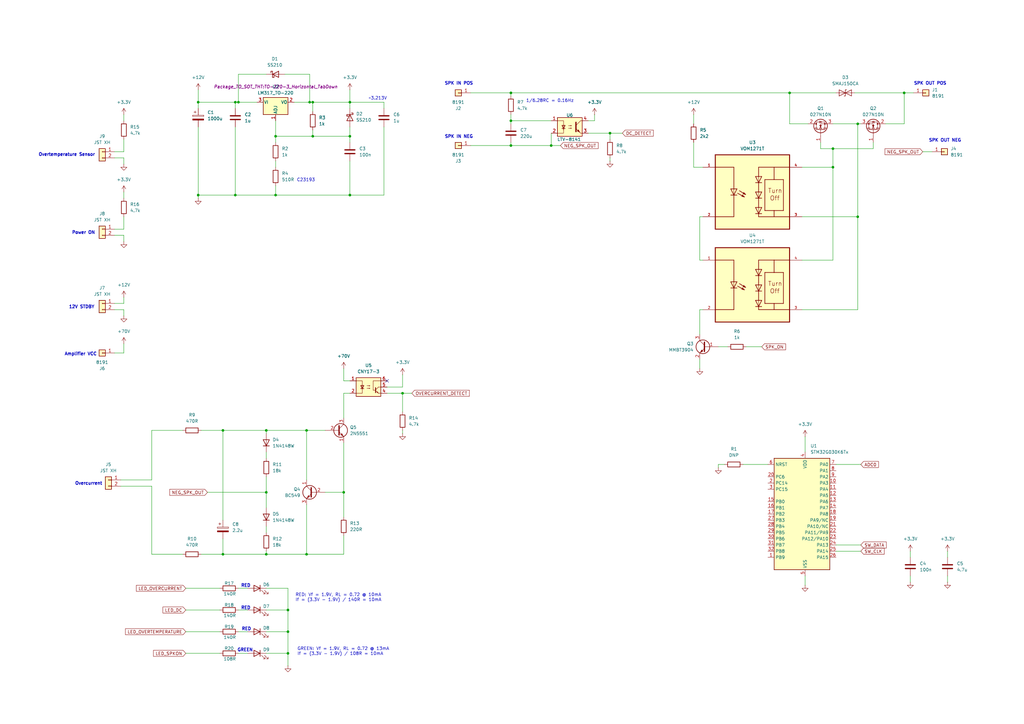
<source format=kicad_sch>
(kicad_sch (version 20231120) (generator "eeschema") (generator_version "8.0")
  (paper "A3")
  (lib_symbols
    (symbol "Connector_Generic:Conn_01x01" (pin_names (offset 1.016) hide)
      (property "Reference" "J" (at 0 2.54 0))
      (property "Value" "Conn_01x01" (at 0 -2.54 0))
      (symbol "Conn_01x01_1_1"
        (pin passive line (at -5.08 0 0) (length 3.81) (name "Pin_1") (number "1"))
      )
    )
    (symbol "Connector_Generic:Conn_01x02" (pin_names (offset 1.016) hide)
      (property "Reference" "J" (at 0 2.54 0))
      (property "Value" "Conn_01x02" (at 0 -5.08 0))
      (symbol "Conn_01x02_1_1"
        (pin passive line (at -5.08 0 0) (length 3.81) (name "Pin_1") (number "1"))
        (pin passive line (at -5.08 -2.54 0) (length 3.81) (name "Pin_2") (number "2"))
      )
    )
    (symbol "Device:C" (pin_numbers hide) (pin_names (offset 0.254))
      (property "Reference" "C" (at 0.635 2.54 0))
      (property "Value" "C" (at 0.635 -2.54 0))
      (symbol "C_1_1"
        (pin passive line (at 0 3.81 270) (length 2.794) (name "~") (number "1"))
        (pin passive line (at 0 -3.81 90) (length 2.794) (name "~") (number "2"))
      )
    )
    (symbol "Device:C_Polarized" (pin_numbers hide) (pin_names (offset 0.254))
      (property "Reference" "C" (at 0.635 2.54 0))
      (property "Value" "C_Polarized" (at 0.635 -2.54 0))
      (symbol "C_Polarized_1_1"
        (pin passive line (at 0 3.81 270) (length 2.794) (name "~") (number "1"))
        (pin passive line (at 0 -3.81 90) (length 2.794) (name "~") (number "2"))
      )
    )
    (symbol "Device:LED" (pin_numbers hide) (pin_names (offset 1.016) hide)
      (property "Reference" "D" (at 0 2.54 0))
      (property "Value" "LED" (at 0 -2.54 0))
      (symbol "LED_1_1"
        (pin passive line (at -3.81 0 0) (length 2.54) (name "K") (number "1"))
        (pin passive line (at 3.81 0 180) (length 2.54) (name "A") (number "2"))
      )
    )
    (symbol "Device:R" (pin_numbers hide) (pin_names (offset 0))
      (property "Reference" "R" (at 2.032 0 90))
      (property "Value" "R" (at 0 0 90))
      (symbol "R_1_1"
        (pin passive line (at 0 3.81 270) (length 1.27) (name "~") (number "1"))
        (pin passive line (at 0 -3.81 90) (length 1.27) (name "~") (number "2"))
      )
    )
    (symbol "Diode:1N4148W" (pin_numbers hide) (pin_names hide)
      (property "Reference" "D" (at 0 2.54 0))
      (property "Value" "1N4148W" (at 0 -2.54 0))
      (symbol "1N4148W_1_1"
        (pin passive line (at -3.81 0 0) (length 2.54) (name "K") (number "1"))
        (pin passive line (at 3.81 0 180) (length 2.54) (name "A") (number "2"))
      )
    )
    (symbol "Diode:SMAJ150CA" (pin_numbers hide) (pin_names (offset 1.016) hide)
      (property "Reference" "D" (at 0 2.54 0))
      (property "Value" "SMAJ150CA" (at 0 -2.54 0))
      (symbol "SMAJ150CA_1_1"
        (pin passive line (at -3.81 0 0) (length 2.54) (name "A1") (number "1"))
        (pin passive line (at 3.81 0 180) (length 2.54) (name "A2") (number "2"))
      )
    )
    (symbol "Diode:SS210" (pin_numbers hide) (pin_names (offset 1.016) hide)
      (property "Reference" "D" (at 0 2.54 0))
      (property "Value" "SS210" (at 0 -2.54 0))
      (symbol "SS210_1_1"
        (pin passive line (at -3.81 0 0) (length 2.54) (name "K") (number "1"))
        (pin passive line (at 3.81 0 180) (length 2.54) (name "A") (number "2"))
      )
    )
    (symbol "Isolator:CNY17-3" (pin_names (offset 1.016))
      (property "Reference" "U" (at -5.08 5.08 0))
      (property "Value" "CNY17-3" (at 0 5.08 0))
      (symbol "CNY17-3_1_1"
        (pin passive line (at -7.62 2.54 0) (length 2.54) (name "~") (number "1"))
        (pin passive line (at -7.62 -2.54 0) (length 2.54) (name "~") (number "2"))
        (pin no_connect line (at -5.08 0 0) (length 2.54) hide (name "NC") (number "3"))
        (pin passive line (at 7.62 -2.54 180) (length 2.54) (name "~") (number "4"))
        (pin passive line (at 7.62 0 180) (length 2.54) (name "~") (number "5"))
        (pin passive line (at 7.62 2.54 180) (length 2.54) (name "~") (number "6"))
      )
    )
    (symbol "Isolator:SFH617A-1" (pin_names (offset 1.016))
      (property "Reference" "U" (at -5.08 5.08 0))
      (property "Value" "SFH617A-1" (at 0 5.08 0))
      (symbol "SFH617A-1_1_1"
        (pin passive line (at -7.62 2.54 0) (length 2.54) (name "~") (number "1"))
        (pin passive line (at -7.62 -2.54 0) (length 2.54) (name "~") (number "2"))
        (pin passive line (at 7.62 -2.54 180) (length 2.54) (name "~") (number "3"))
        (pin passive line (at 7.62 2.54 180) (length 2.54) (name "~") (number "4"))
      )
    )
    (symbol "MCU_ST_STM32G0:STM32G030K6Tx"
      (property "Reference" "U" (at -10.16 24.13 0))
      (property "Value" "STM32G030K6Tx" (at 5.08 24.13 0))
      (symbol "STM32G030K6Tx_1_1"
        (pin bidirectional line (at -12.7 -17.78 0) (length 2.54) (name "PB9") (number "1"))
        (pin bidirectional line (at 15.24 12.7 180) (length 2.54) (name "PA3") (number "10"))
        (pin bidirectional line (at 15.24 10.16 180) (length 2.54) (name "PA4") (number "11"))
        (pin bidirectional line (at 15.24 7.62 180) (length 2.54) (name "PA5") (number "12"))
        (pin bidirectional line (at 15.24 5.08 180) (length 2.54) (name "PA6") (number "13"))
        (pin bidirectional line (at 15.24 2.54 180) (length 2.54) (name "PA7") (number "14"))
        (pin bidirectional line (at -12.7 5.08 0) (length 2.54) (name "PB0") (number "15"))
        (pin bidirectional line (at -12.7 2.54 0) (length 2.54) (name "PB1") (number "16"))
        (pin bidirectional line (at -12.7 0 0) (length 2.54) (name "PB2") (number "17"))
        (pin bidirectional line (at 15.24 0 180) (length 2.54) (name "PA8") (number "18"))
        (pin bidirectional line (at 15.24 -2.54 180) (length 2.54) (name "PA9/NC") (number "19"))
        (pin bidirectional line (at -12.7 12.7 0) (length 2.54) (name "PC14") (number "2"))
        (pin bidirectional line (at -12.7 15.24 0) (length 2.54) (name "PC6") (number "20"))
        (pin bidirectional line (at 15.24 -5.08 180) (length 2.54) (name "PA10/NC") (number "21"))
        (pin bidirectional line (at 15.24 -7.62 180) (length 2.54) (name "PA11/PA9") (number "22"))
        (pin bidirectional line (at 15.24 -10.16 180) (length 2.54) (name "PA12/PA10") (number "23"))
        (pin bidirectional line (at 15.24 -12.7 180) (length 2.54) (name "PA13") (number "24"))
        (pin bidirectional line (at 15.24 -15.24 180) (length 2.54) (name "PA14") (number "25"))
        (pin bidirectional line (at 15.24 -17.78 180) (length 2.54) (name "PA15") (number "26"))
        (pin bidirectional line (at -12.7 -2.54 0) (length 2.54) (name "PB3") (number "27"))
        (pin bidirectional line (at -12.7 -5.08 0) (length 2.54) (name "PB4") (number "28"))
        (pin bidirectional line (at -12.7 -7.62 0) (length 2.54) (name "PB5") (number "29"))
        (pin bidirectional line (at -12.7 10.16 0) (length 2.54) (name "PC15") (number "3"))
        (pin bidirectional line (at -12.7 -10.16 0) (length 2.54) (name "PB6") (number "30"))
        (pin bidirectional line (at -12.7 -12.7 0) (length 2.54) (name "PB7") (number "31"))
        (pin bidirectional line (at -12.7 -15.24 0) (length 2.54) (name "PB8") (number "32"))
        (pin power_in line (at 2.54 25.4 270) (length 2.54) (name "VDD") (number "4"))
        (pin power_in line (at 2.54 -25.4 90) (length 2.54) (name "VSS") (number "5"))
        (pin input line (at -12.7 20.32 0) (length 2.54) (name "NRST") (number "6"))
        (pin bidirectional line (at 15.24 20.32 180) (length 2.54) (name "PA0") (number "7"))
        (pin bidirectional line (at 15.24 17.78 180) (length 2.54) (name "PA1") (number "8"))
        (pin bidirectional line (at 15.24 15.24 180) (length 2.54) (name "PA2") (number "9"))
      )
    )
    (symbol "Regulator_Linear:LM317_TO-220" (pin_names (offset 0.254))
      (property "Reference" "U" (at -3.81 3.175 0))
      (property "Value" "LM317_TO-220" (at 0 3.175 0))
      (symbol "LM317_TO-220_1_1"
        (pin input line (at 0 -7.62 90) (length 2.54) (name "ADJ") (number "1"))
        (pin power_out line (at 7.62 0 180) (length 2.54) (name "VO") (number "2"))
        (pin power_in line (at -7.62 0 0) (length 2.54) (name "VI") (number "3"))
      )
    )
    (symbol "Transistor_BJT:2N3904" (pin_names (offset 0) hide)
      (property "Reference" "Q" (at 5.08 1.905 0))
      (property "Value" "2N3904" (at 5.08 0 0))
      (symbol "2N3904_1_1"
        (pin passive line (at 2.54 -5.08 90) (length 2.54) (name "E") (number "1"))
        (pin passive line (at -5.08 0 0) (length 5.715) (name "B") (number "2"))
        (pin passive line (at 2.54 5.08 270) (length 2.54) (name "C") (number "3"))
      )
    )
    (symbol "Transistor_BJT:BC549" (pin_names (offset 0) hide)
      (property "Reference" "Q" (at 5.08 1.905 0))
      (property "Value" "BC549" (at 5.08 0 0))
      (symbol "BC549_1_1"
        (pin passive line (at 2.54 5.08 270) (length 2.54) (name "C") (number "1"))
        (pin input line (at -5.08 0 0) (length 5.08) (name "B") (number "2"))
        (pin passive line (at 2.54 -5.08 90) (length 2.54) (name "E") (number "3"))
      )
    )
    (symbol "Transistor_BJT:MMBT3904" (pin_names (offset 0) hide)
      (property "Reference" "Q" (at 5.08 1.905 0))
      (property "Value" "MMBT3904" (at 5.08 0 0))
      (symbol "MMBT3904_1_1"
        (pin input line (at -5.08 0 0) (length 5.715) (name "B") (number "1"))
        (pin passive line (at 2.54 -5.08 90) (length 2.54) (name "E") (number "2"))
        (pin passive line (at 2.54 5.08 270) (length 2.54) (name "C") (number "3"))
      )
    )
    (symbol "Transistor_FET:IRFS4127" (pin_names hide)
      (property "Reference" "Q" (at 5.08 1.905 0))
      (property "Value" "IRFS4127" (at 5.08 0 0))
      (symbol "IRFS4127_1_1"
        (pin passive line (at -5.08 0 0) (length 2.54) (name "G") (number "1"))
        (pin passive line (at 2.54 5.08 270) (length 2.54) (name "D") (number "2"))
        (pin passive line (at 2.54 -5.08 90) (length 2.54) (name "S") (number "3"))
      )
    )
    (symbol "VOM1271T:VOM1271T" (pin_names (offset 1.016))
      (property "Reference" "U" (at -2.5402 16.257 0))
      (property "Value" "VOM1271T" (at -2.5415 -17.7905 0))
      (symbol "VOM1271T_0_0"
        (text "Off" (at 7.1187 -3.5594 0) (effects (font (size 1.7797 1.7797)) (justify left bottom)))
        (text "Turn" (at 6.356 -0.5085 0) (effects (font (size 1.7797 1.7797)) (justify left bottom)))
        (pin passive line (at -20.32 10.16 0) (length 5.08) (name "~") (number "1"))
        (pin passive line (at -20.32 -10.16 0) (length 5.08) (name "~") (number "2"))
        (pin passive line (at 20.32 -10.16 180) (length 5.08) (name "~") (number "3"))
        (pin passive line (at 20.32 10.16 180) (length 5.08) (name "~") (number "4"))
      )
    )
    (symbol "power:+12V" (power) (pin_numbers hide) (pin_names (offset 0) hide)
      (property "Value" "+12V" (at 0 3.556 0))
      (symbol "+12V_1_1"
        (pin power_in line (at 0 0 90) (length 0) (name "~") (number "1"))
      )
    )
    (symbol "power:+3.3V" (power) (pin_numbers hide) (pin_names (offset 0) hide)
      (property "Value" "+3.3V" (at 0 3.556 0))
      (symbol "+3.3V_1_1"
        (pin power_in line (at 0 0 90) (length 0) (name "~") (number "1"))
      )
    )
    (symbol "power:GND" (power) (pin_numbers hide) (pin_names (offset 0) hide)
      (property "Value" "GND" (at 0 -3.81 0))
      (symbol "GND_1_1"
        (pin power_in line (at 0 0 270) (length 0) (name "~") (number "1"))
      )
    )
    (symbol "power:VDC" (power) (pin_numbers hide) (pin_names (offset 0) hide)
      (property "Value" "VDC" (at 0 3.556 0))
      (symbol "VDC_1_1"
        (pin power_in line (at 0 0 90) (length 0) (name "~") (number "1"))
      )
    )
  )
  (junction (at 165.1 161.29))
  (junction (at 113.03 55.88))
  (junction (at 128.27 55.88))
  (junction (at 143.51 55.88))
  (junction (at 143.51 41.91))
  (junction (at 250.19 54.61))
  (junction (at 97.79 41.91))
  (junction (at 226.06 59.69))
  (junction (at 351.79 50.8))
  (junction (at 125.73 227.33))
  (junction (at 91.44 176.53))
  (junction (at 341.63 68.58))
  (junction (at 128.27 41.91))
  (junction (at 109.22 176.53))
  (junction (at 91.44 227.33))
  (junction (at 351.79 88.9))
  (junction (at 118.11 259.08))
  (junction (at 323.85 38.1))
  (junction (at 96.52 41.91))
  (junction (at 143.51 80.01))
  (junction (at 81.28 80.01))
  (junction (at 113.03 80.01))
  (junction (at 125.73 176.53))
  (junction (at 118.11 267.97))
  (junction (at 341.63 60.96))
  (junction (at 118.11 250.19))
  (junction (at 81.28 41.91))
  (junction (at 209.55 59.69))
  (junction (at 96.52 80.01))
  (junction (at 209.55 49.53))
  (junction (at 209.55 38.1))
  (junction (at 127 41.91))
  (junction (at 109.22 201.93))
  (junction (at 140.97 201.93))
  (junction (at 109.22 227.33))
  (junction (at 370.84 38.1))
  (no_connect (at 158.75 156.21))
  (wire (pts (xy 113.03 76.2) (xy 113.03 80.01)))
  (wire (pts (xy 46.99 96.52) (xy 50.8 96.52)))
  (wire (pts (xy 241.3 54.61) (xy 250.19 54.61)))
  (wire (pts (xy 388.62 236.22) (xy 388.62 238.76)))
  (wire (pts (xy 288.29 88.9) (xy 287.02 88.9)))
  (wire (pts (xy 109.22 227.33) (xy 125.73 227.33)))
  (wire (pts (xy 97.79 267.97) (xy 101.6 267.97)))
  (wire (pts (xy 328.93 127) (xy 351.79 127)))
  (wire (pts (xy 323.85 38.1) (xy 323.85 50.8)))
  (wire (pts (xy 297.18 190.5) (xy 294.64 190.5)))
  (wire (pts (xy 287.02 127) (xy 287.02 137.16)))
  (wire (pts (xy 109.22 259.08) (xy 118.11 259.08)))
  (wire (pts (xy 91.44 213.36) (xy 91.44 176.53)))
  (wire (pts (xy 50.8 127) (xy 50.8 129.54)))
  (wire (pts (xy 125.73 176.53) (xy 133.35 176.53)))
  (wire (pts (xy 341.63 60.96) (xy 358.14 60.96)))
  (wire (pts (xy 109.22 215.9) (xy 109.22 218.44)))
  (wire (pts (xy 128.27 55.88) (xy 113.03 55.88)))
  (wire (pts (xy 226.06 59.69) (xy 226.06 54.61)))
  (wire (pts (xy 143.51 55.88) (xy 143.51 58.42)))
  (wire (pts (xy 109.22 250.19) (xy 118.11 250.19)))
  (wire (pts (xy 140.97 201.93) (xy 140.97 212.09)))
  (wire (pts (xy 97.79 250.19) (xy 101.6 250.19)))
  (wire (pts (xy 351.79 88.9) (xy 351.79 127)))
  (wire (pts (xy 157.48 52.07) (xy 157.48 80.01)))
  (wire (pts (xy 96.52 52.07) (xy 96.52 80.01)))
  (wire (pts (xy 193.04 38.1) (xy 209.55 38.1)))
  (wire (pts (xy 284.48 58.42) (xy 284.48 68.58)))
  (wire (pts (xy 62.23 227.33) (xy 74.93 227.33)))
  (wire (pts (xy 62.23 176.53) (xy 62.23 196.85)))
  (wire (pts (xy 209.55 38.1) (xy 323.85 38.1)))
  (wire (pts (xy 294.64 190.5) (xy 294.64 191.77)))
  (wire (pts (xy 284.48 68.58) (xy 288.29 68.58)))
  (wire (pts (xy 128.27 41.91) (xy 128.27 45.72)))
  (wire (pts (xy 158.75 161.29) (xy 165.1 161.29)))
  (wire (pts (xy 109.22 241.3) (xy 118.11 241.3)))
  (wire (pts (xy 209.55 59.69) (xy 209.55 58.42)))
  (wire (pts (xy 342.9 223.52) (xy 353.06 223.52)))
  (wire (pts (xy 113.03 49.53) (xy 113.03 55.88)))
  (wire (pts (xy 125.73 207.01) (xy 125.73 227.33)))
  (wire (pts (xy 97.79 41.91) (xy 105.41 41.91)))
  (wire (pts (xy 96.52 44.45) (xy 96.52 41.91)))
  (wire (pts (xy 363.22 50.8) (xy 370.84 50.8)))
  (wire (pts (xy 109.22 195.58) (xy 109.22 201.93)))
  (wire (pts (xy 143.51 161.29) (xy 140.97 161.29)))
  (wire (pts (xy 50.8 62.23) (xy 46.99 62.23)))
  (wire (pts (xy 50.8 96.52) (xy 50.8 99.06)))
  (wire (pts (xy 341.63 68.58) (xy 341.63 106.68)))
  (wire (pts (xy 46.99 127) (xy 50.8 127)))
  (wire (pts (xy 50.8 78.74) (xy 50.8 81.28)))
  (wire (pts (xy 287.02 106.68) (xy 288.29 106.68)))
  (wire (pts (xy 97.79 259.08) (xy 101.6 259.08)))
  (wire (pts (xy 113.03 55.88) (xy 113.03 58.42)))
  (wire (pts (xy 128.27 41.91) (xy 143.51 41.91)))
  (wire (pts (xy 109.22 30.48) (xy 97.79 30.48)))
  (wire (pts (xy 328.93 88.9) (xy 351.79 88.9)))
  (wire (pts (xy 109.22 267.97) (xy 118.11 267.97)))
  (wire (pts (xy 118.11 250.19) (xy 118.11 259.08)))
  (wire (pts (xy 50.8 88.9) (xy 50.8 93.98)))
  (wire (pts (xy 140.97 151.13) (xy 140.97 156.21)))
  (wire (pts (xy 336.55 60.96) (xy 341.63 60.96)))
  (wire (pts (xy 328.93 106.68) (xy 341.63 106.68)))
  (wire (pts (xy 109.22 226.06) (xy 109.22 227.33)))
  (wire (pts (xy 306.07 142.24) (xy 312.42 142.24)))
  (wire (pts (xy 342.9 38.1) (xy 323.85 38.1)))
  (wire (pts (xy 330.2 236.22) (xy 330.2 240.03)))
  (wire (pts (xy 378.46 62.23) (xy 382.27 62.23)))
  (wire (pts (xy 336.55 58.42) (xy 336.55 60.96)))
  (wire (pts (xy 50.8 121.92) (xy 50.8 124.46)))
  (wire (pts (xy 143.51 36.83) (xy 143.51 41.91)))
  (wire (pts (xy 109.22 177.8) (xy 109.22 176.53)))
  (wire (pts (xy 125.73 196.85) (xy 125.73 176.53)))
  (wire (pts (xy 209.55 49.53) (xy 209.55 50.8)))
  (wire (pts (xy 81.28 41.91) (xy 81.28 44.45)))
  (wire (pts (xy 250.19 54.61) (xy 255.27 54.61)))
  (wire (pts (xy 76.2 241.3) (xy 90.17 241.3)))
  (wire (pts (xy 140.97 219.71) (xy 140.97 227.33)))
  (wire (pts (xy 284.48 46.99) (xy 284.48 50.8)))
  (wire (pts (xy 250.19 54.61) (xy 250.19 57.15)))
  (wire (pts (xy 50.8 46.99) (xy 50.8 49.53)))
  (wire (pts (xy 62.23 176.53) (xy 74.93 176.53)))
  (wire (pts (xy 323.85 50.8) (xy 331.47 50.8)))
  (wire (pts (xy 96.52 41.91) (xy 97.79 41.91)))
  (wire (pts (xy 50.8 93.98) (xy 46.99 93.98)))
  (wire (pts (xy 49.53 196.85) (xy 62.23 196.85)))
  (wire (pts (xy 165.1 161.29) (xy 168.91 161.29)))
  (wire (pts (xy 157.48 44.45) (xy 157.48 41.91)))
  (wire (pts (xy 351.79 50.8) (xy 353.06 50.8)))
  (wire (pts (xy 330.2 179.07) (xy 330.2 185.42)))
  (wire (pts (xy 62.23 199.39) (xy 62.23 227.33)))
  (wire (pts (xy 50.8 124.46) (xy 46.99 124.46)))
  (wire (pts (xy 97.79 30.48) (xy 97.79 41.91)))
  (wire (pts (xy 328.93 68.58) (xy 341.63 68.58)))
  (wire (pts (xy 118.11 241.3) (xy 118.11 250.19)))
  (wire (pts (xy 342.9 190.5) (xy 353.06 190.5)))
  (wire (pts (xy 46.99 64.77) (xy 50.8 64.77)))
  (wire (pts (xy 49.53 199.39) (xy 62.23 199.39)))
  (wire (pts (xy 76.2 259.08) (xy 90.17 259.08)))
  (wire (pts (xy 97.79 241.3) (xy 101.6 241.3)))
  (wire (pts (xy 370.84 50.8) (xy 370.84 38.1)))
  (wire (pts (xy 81.28 80.01) (xy 96.52 80.01)))
  (wire (pts (xy 341.63 68.58) (xy 341.63 60.96)))
  (wire (pts (xy 165.1 161.29) (xy 165.1 168.91)))
  (wire (pts (xy 91.44 227.33) (xy 109.22 227.33)))
  (wire (pts (xy 294.64 142.24) (xy 298.45 142.24)))
  (wire (pts (xy 46.99 144.78) (xy 50.8 144.78)))
  (wire (pts (xy 109.22 185.42) (xy 109.22 187.96)))
  (wire (pts (xy 243.84 46.99) (xy 243.84 49.53)))
  (wire (pts (xy 388.62 226.06) (xy 388.62 228.6)))
  (wire (pts (xy 250.19 64.77) (xy 250.19 66.04)))
  (wire (pts (xy 143.51 52.07) (xy 143.51 55.88)))
  (wire (pts (xy 373.38 226.06) (xy 373.38 228.6)))
  (wire (pts (xy 133.35 201.93) (xy 140.97 201.93)))
  (wire (pts (xy 128.27 55.88) (xy 143.51 55.88)))
  (wire (pts (xy 304.8 190.5) (xy 314.96 190.5)))
  (wire (pts (xy 118.11 267.97) (xy 118.11 273.05)))
  (wire (pts (xy 143.51 41.91) (xy 157.48 41.91)))
  (wire (pts (xy 143.51 66.04) (xy 143.51 80.01)))
  (wire (pts (xy 158.75 158.75) (xy 165.1 158.75)))
  (wire (pts (xy 50.8 64.77) (xy 50.8 67.31)))
  (wire (pts (xy 370.84 38.1) (xy 374.65 38.1)))
  (wire (pts (xy 193.04 59.69) (xy 209.55 59.69)))
  (wire (pts (xy 140.97 161.29) (xy 140.97 171.45)))
  (wire (pts (xy 118.11 259.08) (xy 118.11 267.97)))
  (wire (pts (xy 127 30.48) (xy 127 41.91)))
  (wire (pts (xy 128.27 53.34) (xy 128.27 55.88)))
  (wire (pts (xy 157.48 80.01) (xy 143.51 80.01)))
  (wire (pts (xy 76.2 267.97) (xy 90.17 267.97)))
  (wire (pts (xy 50.8 57.15) (xy 50.8 62.23)))
  (wire (pts (xy 113.03 66.04) (xy 113.03 68.58)))
  (wire (pts (xy 165.1 153.67) (xy 165.1 158.75)))
  (wire (pts (xy 91.44 220.98) (xy 91.44 227.33)))
  (wire (pts (xy 81.28 41.91) (xy 96.52 41.91)))
  (wire (pts (xy 120.65 41.91) (xy 127 41.91)))
  (wire (pts (xy 50.8 140.97) (xy 50.8 144.78)))
  (wire (pts (xy 287.02 147.32) (xy 287.02 151.13)))
  (wire (pts (xy 358.14 60.96) (xy 358.14 58.42)))
  (wire (pts (xy 140.97 156.21) (xy 143.51 156.21)))
  (wire (pts (xy 113.03 80.01) (xy 143.51 80.01)))
  (wire (pts (xy 209.55 38.1) (xy 209.55 39.37)))
  (wire (pts (xy 165.1 176.53) (xy 165.1 177.8)))
  (wire (pts (xy 288.29 127) (xy 287.02 127)))
  (wire (pts (xy 140.97 181.61) (xy 140.97 201.93)))
  (wire (pts (xy 91.44 176.53) (xy 109.22 176.53)))
  (wire (pts (xy 226.06 59.69) (xy 229.87 59.69)))
  (wire (pts (xy 81.28 36.83) (xy 81.28 41.91)))
  (wire (pts (xy 127 41.91) (xy 128.27 41.91)))
  (wire (pts (xy 342.9 226.06) (xy 353.06 226.06)))
  (wire (pts (xy 96.52 80.01) (xy 113.03 80.01)))
  (wire (pts (xy 351.79 88.9) (xy 351.79 50.8)))
  (wire (pts (xy 143.51 41.91) (xy 143.51 44.45)))
  (wire (pts (xy 76.2 250.19) (xy 90.17 250.19)))
  (wire (pts (xy 82.55 227.33) (xy 91.44 227.33)))
  (wire (pts (xy 116.84 30.48) (xy 127 30.48)))
  (wire (pts (xy 287.02 88.9) (xy 287.02 106.68)))
  (wire (pts (xy 241.3 49.53) (xy 243.84 49.53)))
  (wire (pts (xy 373.38 236.22) (xy 373.38 238.76)))
  (wire (pts (xy 341.63 50.8) (xy 351.79 50.8)))
  (wire (pts (xy 109.22 176.53) (xy 125.73 176.53)))
  (wire (pts (xy 125.73 227.33) (xy 140.97 227.33)))
  (wire (pts (xy 370.84 38.1) (xy 350.52 38.1)))
  (wire (pts (xy 91.44 176.53) (xy 82.55 176.53)))
  (wire (pts (xy 81.28 80.01) (xy 81.28 81.28)))
  (wire (pts (xy 209.55 46.99) (xy 209.55 49.53)))
  (wire (pts (xy 209.55 59.69) (xy 226.06 59.69)))
  (wire (pts (xy 209.55 49.53) (xy 226.06 49.53)))
  (wire (pts (xy 109.22 201.93) (xy 109.22 208.28)))
  (wire (pts (xy 81.28 52.07) (xy 81.28 80.01)))
  (wire (pts (xy 85.09 201.93) (xy 109.22 201.93)))
  (text "GREEN" (at 97.282 266.7 0) (effects (font (size 1.27 1.27) (thickness 0.254) (bold yes)) (justify left)))
  (text "Overtemperature Sensor" (at 15.748 63.5 0) (effects (font (size 1.27 1.27) (thickness 0.254) (bold yes)) (justify left)))
  (text "Amplifier VCC" (at 26.416 145.288 0) (effects (font (size 1.27 1.27) (thickness 0.254) (bold yes)) (justify left)))
  (text "RED" (at 98.806 249.428 0) (effects (font (size 1.27 1.27) (thickness 0.254) (bold yes)) (justify left)))
  (text "~3.213V" (at 154.94 40.386 0) (effects (font (size 1.27 1.27))))
  (text "C23193" (at 125.476 73.914 0) (effects (font (size 1.27 1.27))))
  (text "SPK IN POS" (at 188.214 34.29 0) (effects (font (size 1.27 1.27) (thickness 0.254) (bold yes))))
  (text "RED" (at 98.806 240.284 0) (effects (font (size 1.27 1.27) (thickness 0.254) (bold yes)) (justify left)))
  (text "1/6.28RC = 0.16Hz" (at 225.552 41.402 0) (effects (font (size 1.27 1.27))))
  (text "RED: Vf = 1.9V, RL = 0.72 @ 10mA\nIf = (3.3V - 1.9V) / 140R = 10mA" (at 121.158 245.11 0) (effects (font (size 1.27 1.27)) (justify left)))
  (text "GREEN: Vf = 1.9V, RL = 0.72 @ 13mA\nIf = (3.3V - 1.9V) / 108R = 10mA" (at 121.92 267.208 0) (effects (font (size 1.27 1.27)) (justify left)))
  (text "Power ON" (at 29.464 95.504 0) (effects (font (size 1.27 1.27) (thickness 0.254) (bold yes)) (justify left)))
  (text "SPK OUT POS" (at 381.508 34.29 0) (effects (font (size 1.27 1.27) (thickness 0.254) (bold yes))))
  (text "12V STDBY" (at 28.194 125.984 0) (effects (font (size 1.27 1.27) (thickness 0.254) (bold yes)) (justify left)))
  (text "SPK OUT NEG" (at 387.604 57.658 0) (effects (font (size 1.27 1.27) (thickness 0.254) (bold yes))))
  (text "SPK IN NEG" (at 188.214 56.134 0) (effects (font (size 1.27 1.27) (thickness 0.254) (bold yes))))
  (text "Overcurrent" (at 30.734 198.374 0) (effects (font (size 1.27 1.27) (thickness 0.254) (bold yes)) (justify left)))
  (text "RED" (at 99.06 258.064 0) (effects (font (size 1.27 1.27) (thickness 0.254) (bold yes)) (justify left)))
  (global_label "NEG_SPK_OUT" (shape input) (at 229.87 59.69 0) (property "Intersheetrefs" "${INTERSHEET_REFS}" (effects (hide yes))))
  (global_label "NEG_SPK_OUT" (shape input) (at 378.46 62.23 180) (property "Intersheetrefs" "${INTERSHEET_REFS}" (effects (hide yes))))
  (global_label "LED_DC" (shape input) (at 76.2 250.19 180) (property "Intersheetrefs" "${INTERSHEET_REFS}" (effects (hide yes))))
  (global_label "LED_SPKON" (shape input) (at 76.2 267.97 180) (property "Intersheetrefs" "${INTERSHEET_REFS}" (effects (hide yes))))
  (global_label "LED_OVERCURRENT" (shape input) (at 76.2 241.3 180) (property "Intersheetrefs" "${INTERSHEET_REFS}" (effects (hide yes))))
  (global_label "LED_OVERTEMPERATURE" (shape input) (at 76.2 259.08 180) (property "Intersheetrefs" "${INTERSHEET_REFS}" (effects (hide yes))))
  (global_label "OVERCURRENT_DETECT" (shape input) (at 168.91 161.29 0) (property "Intersheetrefs" "${INTERSHEET_REFS}" (effects (hide yes))))
  (global_label "SW_DATA" (shape input) (at 353.06 223.52 0) (property "Intersheetrefs" "${INTERSHEET_REFS}" (effects (hide yes))))
  (global_label "DC_DETECT" (shape input) (at 255.27 54.61 0) (property "Intersheetrefs" "${INTERSHEET_REFS}" (effects (hide yes))))
  (global_label "SPK_ON" (shape input) (at 312.42 142.24 0) (property "Intersheetrefs" "${INTERSHEET_REFS}" (effects (hide yes))))
  (global_label "ADC0" (shape input) (at 353.06 190.5 0) (property "Intersheetrefs" "${INTERSHEET_REFS}" (effects (hide yes))))
  (global_label "NEG_SPK_OUT" (shape input) (at 85.09 201.93 180) (property "Intersheetrefs" "${INTERSHEET_REFS}" (effects (hide yes))))
  (global_label "SW_CLK" (shape input) (at 353.06 226.06 0) (property "Intersheetrefs" "${INTERSHEET_REFS}" (effects (hide yes))))
  (symbol (lib_id "Device:R") (at 165.1 172.72 0) (unit 1)
    (property "Reference" "R14" (at 167.64 171.4499 0) (effects (justify left)))
    (property "Value" "4.7k" (at 167.64 173.9899 0) (effects (justify left)))
    (property "Footprint" "Resistor_SMD:R_1206_3216Metric" (effects (hide yes)))
    (property "Description" "Resistor" (effects (hide yes)))
  )
  (symbol (lib_id "Device:C") (at 143.51 62.23 0) (unit 1)
    (property "Reference" "C3" (at 147.32 60.9599 0) (effects (justify left)))
    (property "Value" "100n" (at 147.32 63.4999 0) (effects (justify left)))
    (property "Footprint" "Capacitor_SMD:C_1206_3216Metric" (effects (hide yes)))
    (property "Description" "Unpolarized capacitor" (effects (hide yes)))
  )
  (symbol (lib_id "power:GND") (at 165.1 177.8 0) (unit 1)
    (property "Reference" "#PWR018" (effects (hide yes)))
    (property "Value" "GND" (effects (hide yes)))
    (property "Description" "Power symbol creates a global label with name \"GND\" , ground" (effects (hide yes)))
  )
  (symbol (lib_id "Device:R") (at 113.03 72.39 0) (unit 1)
    (property "Reference" "R4" (at 115.57 71.1199 0) (effects (justify left)))
    (property "Value" "510R" (at 115.57 73.6599 0) (effects (justify left)))
    (property "Footprint" "Resistor_SMD:R_1206_3216Metric" (effects (hide yes)))
    (property "Description" "Resistor" (effects (hide yes)))
  )
  (symbol (lib_id "Device:R") (at 250.19 60.96 0) (unit 1)
    (property "Reference" "R8" (at 252.73 59.6899 0) (effects (justify left)))
    (property "Value" "4.7k" (at 252.73 62.2299 0) (effects (justify left)))
    (property "Footprint" "Resistor_SMD:R_1206_3216Metric" (effects (hide yes)))
    (property "Description" "Resistor" (effects (hide yes)))
  )
  (symbol (lib_id "Device:R") (at 93.98 259.08 90) (unit 1)
    (property "Reference" "R19" (at 93.98 257.048 90))
    (property "Value" "140R" (at 94.234 261.366 90))
    (property "Footprint" "Resistor_SMD:R_1206_3216Metric" (effects (hide yes)))
    (property "Description" "Resistor" (effects (hide yes)))
  )
  (symbol (lib_id "Isolator:SFH617A-1") (at 233.68 52.07 0) (unit 1)
    (property "Reference" "U6" (at 233.68 47.244 0))
    (property "Value" "LTV-8141" (at 233.426 57.15 0))
    (property "Footprint" "Package_DIP:DIP-4_W7.62mm" (effects (hide yes)))
    (property "Datasheet" "http://www.vishay.com/docs/83740/sfh617a.pdf" (effects (hide yes)))
    (property "Description" "Optocoupler, Phototransistor Output, 5300 VRMS, VCEO 70V, CTR% 40-80, -55 to +110 degree Celsius, UL, BSI, FIMKO, cUL, THT PDIP-4" (effects (hide yes)))
  )
  (symbol (lib_id "Device:LED") (at 105.41 259.08 0) (mirror y) (unit 1)
    (property "Reference" "D8" (at 109.22 257.556 0))
    (property "Value" "LED" (effects (hide yes)))
    (property "Footprint" "LED_SMD:LED_0805_2012Metric" (effects (hide yes)))
    (property "Description" "Light emitting diode" (effects (hide yes)))
  )
  (symbol (lib_id "Device:LED") (at 105.41 267.97 0) (mirror y) (unit 1)
    (property "Reference" "D9" (at 109.22 266.446 0))
    (property "Value" "LED" (effects (hide yes)))
    (property "Footprint" "LED_SMD:LED_0805_2012Metric" (effects (hide yes)))
    (property "Description" "Light emitting diode" (effects (hide yes)))
  )
  (symbol (lib_id "Diode:1N4148W") (at 109.22 212.09 90) (unit 1)
    (property "Reference" "D5" (at 111.76 210.8199 90) (effects (justify right)))
    (property "Value" "1N4148W" (at 111.76 213.3599 90) (effects (justify right)))
    (property "Footprint" "Diode_SMD:D_SOD-123" (effects (hide yes)))
    (property "Datasheet" "https://www.vishay.com/docs/85748/1n4148w.pdf" (effects (hide yes)))
    (property "Description" "75V 0.15A Fast Switching Diode, SOD-123" (effects (hide yes)))
    (property "Sim.Device" "D" (effects (hide yes)))
    (property "Sim.Pins" "1=K 2=A" (effects (hide yes)))
  )
  (symbol (lib_id "Device:R") (at 78.74 227.33 90) (unit 1)
    (property "Reference" "R10" (at 78.74 220.98 90))
    (property "Value" "470R" (at 78.74 223.52 90))
    (property "Footprint" "Resistor_SMD:R_1206_3216Metric" (effects (hide yes)))
    (property "Description" "Resistor" (effects (hide yes)))
  )
  (symbol (lib_id "Device:R") (at 140.97 215.9 180) (unit 1)
    (property "Reference" "R13" (at 143.51 214.6299 0) (effects (justify right)))
    (property "Value" "220R" (at 143.51 217.1699 0) (effects (justify right)))
    (property "Footprint" "Resistor_SMD:R_1206_3216Metric" (effects (hide yes)))
    (property "Description" "Resistor" (effects (hide yes)))
  )
  (symbol (lib_id "Device:R") (at 128.27 49.53 0) (unit 1)
    (property "Reference" "R3" (at 130.81 48.2599 0) (effects (justify left)))
    (property "Value" "1k" (at 130.81 50.7999 0) (effects (justify left)))
    (property "Footprint" "Resistor_SMD:R_1206_3216Metric" (effects (hide yes)))
    (property "Description" "Resistor" (effects (hide yes)))
  )
  (symbol (lib_id "Device:R") (at 300.99 190.5 90) (unit 1)
    (property "Reference" "R1" (at 300.99 184.15 90))
    (property "Value" "DNP" (at 300.99 186.69 90))
    (property "Footprint" "Resistor_SMD:R_1206_3216Metric" (effects (hide yes)))
    (property "Description" "Resistor" (effects (hide yes)))
  )
  (symbol (lib_id "Device:R") (at 93.98 250.19 90) (unit 1)
    (property "Reference" "R18" (at 93.98 248.158 90))
    (property "Value" "140R" (at 94.234 252.476 90))
    (property "Footprint" "Resistor_SMD:R_1206_3216Metric" (effects (hide yes)))
    (property "Description" "Resistor" (effects (hide yes)))
  )
  (symbol (lib_id "power:VDC") (at 50.8 140.97 0) (unit 1)
    (property "Reference" "#PWR016" (effects (hide yes)))
    (property "Value" "+70V" (at 50.8 135.89 0))
    (property "Description" "Power symbol creates a global label with name \"VDC\"" (effects (hide yes)))
  )
  (symbol (lib_id "power:GND") (at 250.19 66.04 0) (unit 1)
    (property "Reference" "#PWR014" (effects (hide yes)))
    (property "Value" "GND" (effects (hide yes)))
    (property "Description" "Power symbol creates a global label with name \"GND\" , ground" (effects (hide yes)))
  )
  (symbol (lib_id "Regulator_Linear:LM317_TO-220") (at 113.03 41.91 0) (unit 1)
    (property "Reference" "U2" (at 113.03 35.56 0))
    (property "Value" "LM317_TO-220" (at 113.03 38.1 0))
    (property "Footprint" "Package_TO_SOT_THT:TO-220-3_Horizontal_TabDown" (at 113.03 35.56 0) (effects (font (italic yes))))
    (property "Datasheet" "http://www.ti.com/lit/ds/symlink/lm317.pdf" (effects (hide yes)))
    (property "Description" "1.5A 35V Adjustable Linear Regulator, TO-220" (effects (hide yes)))
  )
  (symbol (lib_id "Transistor_FET:IRFS4127") (at 336.55 53.34 90) (unit 1)
    (property "Reference" "Q1" (at 336.55 44.45 90))
    (property "Value" "027N10N" (at 336.55 46.99 90))
    (property "Footprint" "Package_TO_SOT_SMD:TO-263-2" (effects (hide yes)))
    (property "Datasheet" "https://www.infineon.com/dgdl/irfs4127pbf.pdf?fileId=5546d462533600a401535636ee7b2192" (effects (hide yes)))
    (property "Description" "72A Id, 200V Vds, 18.6mOhm Rds, N-Channel MOSFET, 18.6mOhm Ron, D2PAK" (effects (hide yes)))
  )
  (symbol (lib_id "Device:R") (at 109.22 222.25 180) (unit 1)
    (property "Reference" "R12" (at 111.76 220.9799 0) (effects (justify right)))
    (property "Value" "18k" (at 111.76 223.5199 0) (effects (justify right)))
    (property "Footprint" "Resistor_SMD:R_1206_3216Metric" (effects (hide yes)))
    (property "Description" "Resistor" (effects (hide yes)))
  )
  (symbol (lib_id "Connector_Generic:Conn_01x01") (at 187.96 38.1 0) (mirror y) (unit 1)
    (property "Reference" "J2" (at 187.96 44.45 0))
    (property "Value" "8191" (at 187.96 41.91 0))
    (property "Footprint" "CustomKicadFootprint:KEYSTONE_8191" (effects (hide yes)))
    (property "Description" "Generic connector, single row, 01x01, script generated (kicad-library-utils/schlib/autogen/connector/)" (effects (hide yes)))
  )
  (symbol (lib_id "power:+12V") (at 81.28 36.83 0) (unit 1)
    (property "Reference" "#PWR05" (effects (hide yes)))
    (property "Value" "+12V" (at 81.28 31.75 0))
    (property "Description" "Power symbol creates a global label with name \"+12V\"" (effects (hide yes)))
  )
  (symbol (lib_id "Diode:SMAJ150CA") (at 346.71 38.1 0) (unit 1)
    (property "Reference" "D3" (at 346.71 31.75 0))
    (property "Value" "SMAJ150CA" (at 346.71 34.29 0))
    (property "Footprint" "Diode_SMD:D_SMA" (effects (hide yes)))
    (property "Datasheet" "https://www.littelfuse.com/media?resourcetype=datasheets&itemid=75e32973-b177-4ee3-a0ff-cedaf1abdb93&filename=smaj-datasheet" (effects (hide yes)))
    (property "Description" "400W bidirectional Transient Voltage Suppressor, 150.0Vr, SMA(DO-214AC)" (effects (hide yes)))
  )
  (symbol (lib_id "Device:R") (at 209.55 43.18 0) (unit 1)
    (property "Reference" "R7" (at 212.09 41.9099 0) (effects (justify left)))
    (property "Value" "4.7k" (at 212.09 44.4499 0) (effects (justify left)))
    (property "Footprint" "Resistor_SMD:R_1206_3216Metric" (effects (hide yes)))
    (property "Description" "Resistor" (effects (hide yes)))
  )
  (symbol (lib_id "power:GND") (at 294.64 191.77 0) (unit 1)
    (property "Reference" "#PWR013" (effects (hide yes)))
    (property "Value" "GND" (effects (hide yes)))
    (property "Description" "Power symbol creates a global label with name \"GND\" , ground" (effects (hide yes)))
  )
  (symbol (lib_id "power:+12V") (at 284.48 46.99 0) (unit 1)
    (property "Reference" "#PWR02" (effects (hide yes)))
    (property "Value" "+12V" (at 284.48 41.91 0))
    (property "Description" "Power symbol creates a global label with name \"+12V\"" (effects (hide yes)))
  )
  (symbol (lib_id "Connector_Generic:Conn_01x01") (at 187.96 59.69 0) (mirror y) (unit 1)
    (property "Reference" "J3" (at 187.96 66.04 0))
    (property "Value" "8191" (at 187.96 63.5 0))
    (property "Footprint" "CustomKicadFootprint:KEYSTONE_8191" (effects (hide yes)))
    (property "Description" "Generic connector, single row, 01x01, script generated (kicad-library-utils/schlib/autogen/connector/)" (effects (hide yes)))
  )
  (symbol (lib_id "Device:LED") (at 105.41 250.19 0) (mirror y) (unit 1)
    (property "Reference" "D7" (at 109.22 248.666 0))
    (property "Value" "LED" (effects (hide yes)))
    (property "Footprint" "LED_SMD:LED_0805_2012Metric" (effects (hide yes)))
    (property "Description" "Light emitting diode" (effects (hide yes)))
  )
  (symbol (lib_id "power:+3.3V") (at 50.8 46.99 0) (unit 1)
    (property "Reference" "#PWR023" (effects (hide yes)))
    (property "Value" "+3.3V" (at 50.8 41.91 0))
    (property "Description" "Power symbol creates a global label with name \"+3.3V\"" (effects (hide yes)))
  )
  (symbol (lib_id "power:GND") (at 50.8 99.06 0) (unit 1)
    (property "Reference" "#PWR022" (effects (hide yes)))
    (property "Value" "GND" (effects (hide yes)))
    (property "Description" "Power symbol creates a global label with name \"GND\" , ground" (effects (hide yes)))
  )
  (symbol (lib_id "MCU_ST_STM32G0:STM32G030K6Tx") (at 327.66 210.82 0) (unit 1)
    (property "Reference" "U1" (at 332.3941 182.88 0) (effects (justify left)))
    (property "Value" "STM32G030K6Tx" (at 332.3941 185.42 0) (effects (justify left)))
    (property "Footprint" "Package_QFP:LQFP-32_7x7mm_P0.8mm" (effects (hide yes)))
    (property "Datasheet" "https://www.st.com/resource/en/datasheet/stm32g030k6.pdf" (effects (hide yes)))
    (property "Description" "STMicroelectronics Arm Cortex-M0+ MCU, 32KB flash, 8KB RAM, 64 MHz, 2.0-3.6V, 29 GPIO, LQFP32" (effects (hide yes)))
  )
  (symbol (lib_id "power:GND") (at 81.28 81.28 0) (unit 1)
    (property "Reference" "#PWR01" (effects (hide yes)))
    (property "Value" "GND" (effects (hide yes)))
    (property "Description" "Power symbol creates a global label with name \"GND\" , ground" (effects (hide yes)))
  )
  (symbol (lib_id "VOM1271T:VOM1271T") (at 308.61 116.84 0) (unit 1)
    (property "Reference" "U4" (at 308.61 96.52 0))
    (property "Value" "VOM1271T" (at 308.61 99.06 0))
    (property "Footprint" "footprints:SOIC254P695X242-4N" (effects (hide yes)))
    (property "MF" "Vishay Semiconductor" (effects (hide yes)))
    (property "Description_1" "\nOptoisolator Photovoltaic Output 3750Vrms 1 Channel 4-SOP (2.54mm)\n" (effects (hide yes)))
    (property "Package" "SOP-4 Vishay Semiconductor" (effects (hide yes)))
    (property "Price" "None" (effects (hide yes)))
    (property "Check_prices" "https://www.snapeda.com/parts/VOM1271T/Vishay+Semiconductor+Opto+Division/view-part/?ref=eda" (effects (hide yes)))
    (property "SnapEDA_Link" "https://www.snapeda.com/parts/VOM1271T/Vishay+Semiconductor+Opto+Division/view-part/?ref=snap" (effects (hide yes)))
    (property "MP" "VOM1271T" (effects (hide yes)))
    (property "Availability" "In Stock" (effects (hide yes)))
    (property "MANUFACTURER" "VISHAY" (effects (hide yes)))
  )
  (symbol (lib_id "Diode:SS210") (at 143.51 48.26 270) (unit 1)
    (property "Reference" "D2" (at 146.05 46.6724 90) (effects (justify left)))
    (property "Value" "SS210" (at 146.05 49.2124 90) (effects (justify left)))
    (property "Footprint" "Diode_SMD:D_SMA" (effects (hide yes)))
    (property "Datasheet" "https://www.wontop.com/uploadfiles/56/sort_excel/pdf/ss22.pdf" (effects (hide yes)))
    (property "Description" "100V 2A Schottky Diode, SMA" (effects (hide yes)))
  )
  (symbol (lib_id "power:GND") (at 330.2 240.03 0) (unit 1)
    (property "Reference" "#PWR08" (effects (hide yes)))
    (property "Value" "GND" (effects (hide yes)))
    (property "Description" "Power symbol creates a global label with name \"GND\" , ground" (effects (hide yes)))
  )
  (symbol (lib_id "Device:LED") (at 105.41 241.3 0) (mirror y) (unit 1)
    (property "Reference" "D6" (at 109.22 239.776 0))
    (property "Value" "LED" (effects (hide yes)))
    (property "Footprint" "LED_SMD:LED_0805_2012Metric" (effects (hide yes)))
    (property "Description" "Light emitting diode" (effects (hide yes)))
  )
  (symbol (lib_id "Device:C") (at 209.55 54.61 0) (unit 1)
    (property "Reference" "C7" (at 213.36 53.3399 0) (effects (justify left)))
    (property "Value" "220u" (at 213.36 55.8799 0) (effects (justify left)))
    (property "Footprint" "Capacitor_SMD:C_1206_3216Metric" (effects (hide yes)))
    (property "Description" "Unpolarized capacitor" (effects (hide yes)))
  )
  (symbol (lib_id "Transistor_BJT:2N3904") (at 138.43 176.53 0) (unit 1)
    (property "Reference" "Q5" (at 143.51 175.2599 0) (effects (justify left)))
    (property "Value" "2N5551" (at 143.51 177.7999 0) (effects (justify left)))
    (property "Footprint" "Package_TO_SOT_THT:TO-92_Inline_Wide" (effects (hide yes)))
    (property "Datasheet" "https://www.onsemi.com/pub/Collateral/2N3903-D.PDF" (effects (hide yes)))
    (property "Description" "0.2A Ic, 40V Vce, Small Signal NPN Transistor, TO-92" (effects (hide yes)))
  )
  (symbol (lib_id "Device:R") (at 78.74 176.53 90) (unit 1)
    (property "Reference" "R9" (at 78.74 170.18 90))
    (property "Value" "470R" (at 78.74 172.72 90))
    (property "Footprint" "Resistor_SMD:R_1206_3216Metric" (effects (hide yes)))
    (property "Description" "Resistor" (effects (hide yes)))
  )
  (symbol (lib_id "Connector_Generic:Conn_01x01") (at 387.35 62.23 0) (unit 1)
    (property "Reference" "J4" (at 389.89 60.9599 0) (effects (justify left)))
    (property "Value" "8191" (at 389.89 63.4999 0) (effects (justify left)))
    (property "Footprint" "CustomKicadFootprint:KEYSTONE_8191" (effects (hide yes)))
    (property "Description" "Generic connector, single row, 01x01, script generated (kicad-library-utils/schlib/autogen/connector/)" (effects (hide yes)))
  )
  (symbol (lib_id "Device:R") (at 50.8 53.34 0) (unit 1)
    (property "Reference" "R15" (at 53.34 52.0699 0) (effects (justify left)))
    (property "Value" "4.7k" (at 53.34 54.6099 0) (effects (justify left)))
    (property "Footprint" "Resistor_SMD:R_1206_3216Metric" (effects (hide yes)))
    (property "Description" "Resistor" (effects (hide yes)))
  )
  (symbol (lib_id "Device:R") (at 93.98 241.3 90) (unit 1)
    (property "Reference" "R17" (at 93.98 239.268 90))
    (property "Value" "140R" (at 94.234 243.586 90))
    (property "Footprint" "Resistor_SMD:R_1206_3216Metric" (effects (hide yes)))
    (property "Description" "Resistor" (effects (hide yes)))
  )
  (symbol (lib_id "Connector_Generic:Conn_01x01") (at 41.91 144.78 0) (mirror y) (unit 1)
    (property "Reference" "J6" (at 41.91 151.13 0))
    (property "Value" "8191" (at 41.91 148.59 0))
    (property "Footprint" "CustomKicadFootprint:KEYSTONE_8191" (effects (hide yes)))
    (property "Description" "Generic connector, single row, 01x01, script generated (kicad-library-utils/schlib/autogen/connector/)" (effects (hide yes)))
  )
  (symbol (lib_id "power:+3.3V") (at 373.38 226.06 0) (unit 1)
    (property "Reference" "#PWR09" (effects (hide yes)))
    (property "Value" "+3.3V" (at 373.38 220.98 0))
    (property "Description" "Power symbol creates a global label with name \"+3.3V\"" (effects (hide yes)))
  )
  (symbol (lib_id "Device:C") (at 157.48 48.26 0) (unit 1)
    (property "Reference" "C6" (at 161.29 46.9899 0) (effects (justify left)))
    (property "Value" "1u" (at 161.29 49.5299 0) (effects (justify left)))
    (property "Footprint" "Capacitor_SMD:C_1206_3216Metric" (effects (hide yes)))
    (property "Description" "Unpolarized capacitor" (effects (hide yes)))
  )
  (symbol (lib_id "Device:C_Polarized") (at 81.28 48.26 0) (unit 1)
    (property "Reference" "C1" (at 85.09 46.1009 0) (effects (justify left)))
    (property "Value" "1000u" (at 85.09 48.6409 0) (effects (justify left)))
    (property "Footprint" "Capacitor_THT:CP_Radial_D13.0mm_P5.00mm" (effects (hide yes)))
    (property "Description" "Polarized capacitor" (effects (hide yes)))
  )
  (symbol (lib_id "Device:C") (at 373.38 232.41 0) (unit 1)
    (property "Reference" "C4" (at 377.19 231.1399 0) (effects (justify left)))
    (property "Value" "100n" (at 377.19 233.6799 0) (effects (justify left)))
    (property "Footprint" "Capacitor_SMD:C_1206_3216Metric" (effects (hide yes)))
    (property "Description" "Unpolarized capacitor" (effects (hide yes)))
  )
  (symbol (lib_id "power:+3.3V") (at 143.51 36.83 0) (unit 1)
    (property "Reference" "#PWR06" (effects (hide yes)))
    (property "Value" "+3.3V" (at 143.51 31.75 0))
    (property "Description" "Power symbol creates a global label with name \"+3.3V\"" (effects (hide yes)))
  )
  (symbol (lib_id "power:GND") (at 373.38 238.76 0) (unit 1)
    (property "Reference" "#PWR011" (effects (hide yes)))
    (property "Value" "GND" (effects (hide yes)))
    (property "Description" "Power symbol creates a global label with name \"GND\" , ground" (effects (hide yes)))
  )
  (symbol (lib_id "Device:R") (at 109.22 191.77 180) (unit 1)
    (property "Reference" "R11" (at 111.76 190.4999 0) (effects (justify right)))
    (property "Value" "18k" (at 111.76 193.0399 0) (effects (justify right)))
    (property "Footprint" "Resistor_SMD:R_1206_3216Metric" (effects (hide yes)))
    (property "Description" "Resistor" (effects (hide yes)))
  )
  (symbol (lib_id "power:+12V") (at 50.8 121.92 0) (unit 1)
    (property "Reference" "#PWR020" (effects (hide yes)))
    (property "Value" "+12V" (at 50.8 116.84 0))
    (property "Description" "Power symbol creates a global label with name \"+12V\"" (effects (hide yes)))
  )
  (symbol (lib_id "Transistor_BJT:BC549") (at 128.27 201.93 0) (mirror y) (unit 1)
    (property "Reference" "Q4" (at 123.19 200.6599 0) (effects (justify left)))
    (property "Value" "BC549" (at 123.19 203.1999 0) (effects (justify left)))
    (property "Footprint" "Package_TO_SOT_THT:TO-92_Inline_Wide" (effects (hide yes)))
    (property "Datasheet" "https://www.onsemi.com/pub/Collateral/BC550-D.pdf" (effects (hide yes)))
    (property "Description" "0.1A Ic, 30V Vce, Small Signal NPN Transistor, TO-92" (effects (hide yes)))
  )
  (symbol (lib_id "power:GND") (at 118.11 273.05 0) (unit 1)
    (property "Reference" "#PWR025" (effects (hide yes)))
    (property "Value" "GND" (effects (hide yes)))
    (property "Description" "Power symbol creates a global label with name \"GND\" , ground" (effects (hide yes)))
  )
  (symbol (lib_id "VOM1271T:VOM1271T") (at 308.61 78.74 0) (unit 1)
    (property "Reference" "U3" (at 308.61 58.42 0))
    (property "Value" "VOM1271T" (at 308.61 60.96 0))
    (property "Footprint" "footprints:SOIC254P695X242-4N" (effects (hide yes)))
    (property "MF" "Vishay Semiconductor" (effects (hide yes)))
    (property "Description_1" "\nOptoisolator Photovoltaic Output 3750Vrms 1 Channel 4-SOP (2.54mm)\n" (effects (hide yes)))
    (property "Package" "SOP-4 Vishay Semiconductor" (effects (hide yes)))
    (property "Price" "None" (effects (hide yes)))
    (property "Check_prices" "https://www.snapeda.com/parts/VOM1271T/Vishay+Semiconductor+Opto+Division/view-part/?ref=eda" (effects (hide yes)))
    (property "SnapEDA_Link" "https://www.snapeda.com/parts/VOM1271T/Vishay+Semiconductor+Opto+Division/view-part/?ref=snap" (effects (hide yes)))
    (property "MP" "VOM1271T" (effects (hide yes)))
    (property "Availability" "In Stock" (effects (hide yes)))
    (property "MANUFACTURER" "VISHAY" (effects (hide yes)))
  )
  (symbol (lib_id "Connector_Generic:Conn_01x02") (at 41.91 62.23 0) (mirror y) (unit 1)
    (property "Reference" "J9" (at 41.91 55.88 0))
    (property "Value" "JST XH" (at 41.91 58.42 0))
    (property "Footprint" "Connector_JST:JST_XH_B2B-XH-A_1x02_P2.50mm_Vertical" (effects (hide yes)))
    (property "Description" "Generic connector, single row, 01x02, script generated (kicad-library-utils/schlib/autogen/connector/)" (effects (hide yes)))
  )
  (symbol (lib_id "Connector_Generic:Conn_01x01") (at 379.73 38.1 0) (unit 1)
    (property "Reference" "J1" (at 382.27 36.8299 0) (effects (justify left)))
    (property "Value" "8191" (at 382.27 39.3699 0) (effects (justify left)))
    (property "Footprint" "CustomKicadFootprint:KEYSTONE_8191" (effects (hide yes)))
    (property "Description" "Generic connector, single row, 01x01, script generated (kicad-library-utils/schlib/autogen/connector/)" (effects (hide yes)))
  )
  (symbol (lib_id "power:+3.3V") (at 330.2 179.07 0) (unit 1)
    (property "Reference" "#PWR07" (effects (hide yes)))
    (property "Value" "+3.3V" (at 330.2 173.99 0))
    (property "Description" "Power symbol creates a global label with name \"+3.3V\"" (effects (hide yes)))
  )
  (symbol (lib_id "power:GND") (at 388.62 238.76 0) (unit 1)
    (property "Reference" "#PWR012" (effects (hide yes)))
    (property "Value" "GND" (effects (hide yes)))
    (property "Description" "Power symbol creates a global label with name \"GND\" , ground" (effects (hide yes)))
  )
  (symbol (lib_id "power:+3.3V") (at 50.8 78.74 0) (unit 1)
    (property "Reference" "#PWR021" (effects (hide yes)))
    (property "Value" "+3.3V" (at 50.8 73.66 0))
    (property "Description" "Power symbol creates a global label with name \"+3.3V\"" (effects (hide yes)))
  )
  (symbol (lib_id "power:+3.3V") (at 165.1 153.67 0) (unit 1)
    (property "Reference" "#PWR015" (effects (hide yes)))
    (property "Value" "+3.3V" (at 165.1 148.59 0))
    (property "Description" "Power symbol creates a global label with name \"+3.3V\"" (effects (hide yes)))
  )
  (symbol (lib_id "Device:R") (at 50.8 85.09 0) (unit 1)
    (property "Reference" "R16" (at 53.34 83.8199 0) (effects (justify left)))
    (property "Value" "4.7k" (at 53.34 86.3599 0) (effects (justify left)))
    (property "Footprint" "Resistor_SMD:R_1206_3216Metric" (effects (hide yes)))
    (property "Description" "Resistor" (effects (hide yes)))
  )
  (symbol (lib_id "Device:C") (at 388.62 232.41 0) (unit 1)
    (property "Reference" "C5" (at 392.43 231.1399 0) (effects (justify left)))
    (property "Value" "4.7u" (at 392.43 233.6799 0) (effects (justify left)))
    (property "Footprint" "Capacitor_SMD:C_1206_3216Metric" (effects (hide yes)))
    (property "Description" "Unpolarized capacitor" (effects (hide yes)))
  )
  (symbol (lib_id "power:VDC") (at 140.97 151.13 0) (unit 1)
    (property "Reference" "#PWR017" (effects (hide yes)))
    (property "Value" "+70V" (at 140.97 146.05 0))
    (property "Description" "Power symbol creates a global label with name \"VDC\"" (effects (hide yes)))
  )
  (symbol (lib_id "Connector_Generic:Conn_01x02") (at 44.45 196.85 0) (mirror y) (unit 1)
    (property "Reference" "J5" (at 44.45 190.5 0))
    (property "Value" "JST XH" (at 44.45 193.04 0))
    (property "Footprint" "Connector_JST:JST_XH_B2B-XH-A_1x02_P2.50mm_Vertical" (effects (hide yes)))
    (property "Description" "Generic connector, single row, 01x02, script generated (kicad-library-utils/schlib/autogen/connector/)" (effects (hide yes)))
  )
  (symbol (lib_id "Connector_Generic:Conn_01x02") (at 41.91 124.46 0) (mirror y) (unit 1)
    (property "Reference" "J7" (at 41.91 118.11 0))
    (property "Value" "JST XH" (at 41.91 120.65 0))
    (property "Footprint" "Connector_JST:JST_XH_B2B-XH-A_1x02_P2.50mm_Vertical" (effects (hide yes)))
    (property "Description" "Generic connector, single row, 01x02, script generated (kicad-library-utils/schlib/autogen/connector/)" (effects (hide yes)))
  )
  (symbol (lib_id "Device:R") (at 93.98 267.97 90) (unit 1)
    (property "Reference" "R20" (at 93.98 265.938 90))
    (property "Value" "108R" (at 94.234 270.256 90))
    (property "Footprint" "Resistor_SMD:R_1206_3216Metric" (effects (hide yes)))
    (property "Description" "Resistor" (effects (hide yes)))
  )
  (symbol (lib_id "power:GND") (at 287.02 151.13 0) (unit 1)
    (property "Reference" "#PWR03" (effects (hide yes)))
    (property "Value" "GND" (effects (hide yes)))
    (property "Description" "Power symbol creates a global label with name \"GND\" , ground" (effects (hide yes)))
  )
  (symbol (lib_id "power:GND") (at 50.8 129.54 0) (unit 1)
    (property "Reference" "#PWR019" (effects (hide yes)))
    (property "Value" "GND" (effects (hide yes)))
    (property "Description" "Power symbol creates a global label with name \"GND\" , ground" (effects (hide yes)))
  )
  (symbol (lib_id "Transistor_FET:IRFS4127") (at 358.14 53.34 270) (mirror x) (unit 1)
    (property "Reference" "Q2" (at 358.14 44.45 90))
    (property "Value" "027N10N" (at 358.14 46.99 90))
    (property "Footprint" "Package_TO_SOT_SMD:TO-263-2" (effects (hide yes)))
    (property "Datasheet" "https://www.infineon.com/dgdl/irfs4127pbf.pdf?fileId=5546d462533600a401535636ee7b2192" (effects (hide yes)))
    (property "Description" "72A Id, 200V Vds, 18.6mOhm Rds, N-Channel MOSFET, 18.6mOhm Ron, D2PAK" (effects (hide yes)))
  )
  (symbol (lib_id "Transistor_BJT:MMBT3904") (at 289.56 142.24 0) (mirror y) (unit 1)
    (property "Reference" "Q3" (at 284.48 140.9699 0) (effects (justify left)))
    (property "Value" "MMBT3904" (at 284.48 143.5099 0) (effects (justify left)))
    (property "Footprint" "Package_TO_SOT_SMD:SOT-23" (effects (hide yes)))
    (property "Datasheet" "https://www.onsemi.com/pdf/datasheet/pzt3904-d.pdf" (effects (hide yes)))
    (property "Description" "0.2A Ic, 40V Vce, Small Signal NPN Transistor, SOT-23" (effects (hide yes)))
  )
  (symbol (lib_id "power:GND") (at 50.8 67.31 0) (unit 1)
    (property "Reference" "#PWR024" (effects (hide yes)))
    (property "Value" "GND" (effects (hide yes)))
    (property "Description" "Power symbol creates a global label with name \"GND\" , ground" (effects (hide yes)))
  )
  (symbol (lib_id "Isolator:CNY17-3") (at 151.13 158.75 0) (unit 1)
    (property "Reference" "U5" (at 151.13 149.86 0))
    (property "Value" "CNY17-3" (at 151.13 152.4 0))
    (property "Datasheet" "http://www.vishay.com/docs/83606/cny17.pdf" (effects (hide yes)))
    (property "Description" "DC Optocoupler Base Connected, Vce 70V, CTR 100-200%, Viso 5000V (RMS), DIP6" (effects (hide yes)))
  )
  (symbol (lib_id "Diode:SS210") (at 113.03 30.48 0) (unit 1)
    (property "Reference" "D1" (at 112.7125 24.13 0))
    (property "Value" "SS210" (at 112.7125 26.67 0))
    (property "Footprint" "Diode_SMD:D_SMA" (effects (hide yes)))
    (property "Datasheet" "https://www.wontop.com/uploadfiles/56/sort_excel/pdf/ss22.pdf" (effects (hide yes)))
    (property "Description" "100V 2A Schottky Diode, SMA" (effects (hide yes)))
  )
  (symbol (lib_id "Device:R") (at 302.26 142.24 90) (unit 1)
    (property "Reference" "R6" (at 302.26 135.89 90))
    (property "Value" "1k" (at 302.26 138.43 90))
    (property "Footprint" "Resistor_SMD:R_1206_3216Metric" (effects (hide yes)))
    (property "Description" "Resistor" (effects (hide yes)))
  )
  (symbol (lib_id "Diode:1N4148W") (at 109.22 181.61 90) (unit 1)
    (property "Reference" "D4" (at 111.76 180.3399 90) (effects (justify right)))
    (property "Value" "1N4148W" (at 111.76 182.8799 90) (effects (justify right)))
    (property "Footprint" "Diode_SMD:D_SOD-123" (effects (hide yes)))
    (property "Datasheet" "https://www.vishay.com/docs/85748/1n4148w.pdf" (effects (hide yes)))
    (property "Description" "75V 0.15A Fast Switching Diode, SOD-123" (effects (hide yes)))
    (property "Sim.Device" "D" (effects (hide yes)))
    (property "Sim.Pins" "1=K 2=A" (effects (hide yes)))
  )
  (symbol (lib_id "Device:C_Polarized") (at 91.44 217.17 0) (unit 1)
    (property "Reference" "C8" (at 95.25 215.0109 0) (effects (justify left)))
    (property "Value" "2.2u" (at 95.25 217.5509 0) (effects (justify left)))
    (property "Footprint" "Capacitor_THT:CP_Radial_D13.0mm_P5.00mm" (effects (hide yes)))
    (property "Description" "Polarized capacitor" (effects (hide yes)))
  )
  (symbol (lib_id "power:+3.3V") (at 388.62 226.06 0) (unit 1)
    (property "Reference" "#PWR010" (effects (hide yes)))
    (property "Value" "+3.3V" (at 388.62 220.98 0))
    (property "Description" "Power symbol creates a global label with name \"+3.3V\"" (effects (hide yes)))
  )
  (symbol (lib_id "power:+3.3V") (at 243.84 46.99 0) (unit 1)
    (property "Reference" "#PWR04" (effects (hide yes)))
    (property "Value" "+3.3V" (at 243.84 41.91 0))
    (property "Description" "Power symbol creates a global label with name \"+3.3V\"" (effects (hide yes)))
  )
  (symbol (lib_id "Connector_Generic:Conn_01x02") (at 41.91 93.98 0) (mirror y) (unit 1)
    (property "Reference" "J8" (at 41.91 87.63 0))
    (property "Value" "JST XH" (at 41.91 90.17 0))
    (property "Footprint" "Connector_JST:JST_XH_B2B-XH-A_1x02_P2.50mm_Vertical" (effects (hide yes)))
    (property "Description" "Generic connector, single row, 01x02, script generated (kicad-library-utils/schlib/autogen/connector/)" (effects (hide yes)))
  )
  (symbol (lib_id "Device:R") (at 284.48 54.61 0) (unit 1)
    (property "Reference" "R5" (at 287.02 53.3399 0) (effects (justify left)))
    (property "Value" "2k2" (at 287.02 55.8799 0) (effects (justify left)))
    (property "Footprint" "Resistor_SMD:R_1206_3216Metric" (effects (hide yes)))
    (property "Description" "Resistor" (effects (hide yes)))
  )
  (symbol (lib_id "Device:R") (at 113.03 62.23 0) (unit 1)
    (property "Reference" "R2" (at 115.57 60.9599 0) (effects (justify left)))
    (property "Value" "1k" (at 115.57 63.4999 0) (effects (justify left)))
    (property "Footprint" "Resistor_SMD:R_1206_3216Metric" (effects (hide yes)))
    (property "Description" "Resistor" (effects (hide yes)))
  )
  (symbol (lib_id "Device:C") (at 96.52 48.26 0) (unit 1)
    (property "Reference" "C2" (at 100.33 46.9899 0) (effects (justify left)))
    (property "Value" "1u" (at 100.33 49.5299 0) (effects (justify left)))
    (property "Footprint" "Capacitor_SMD:C_1206_3216Metric" (effects (hide yes)))
    (property "Description" "Unpolarized capacitor" (effects (hide yes)))
  )
)
</source>
